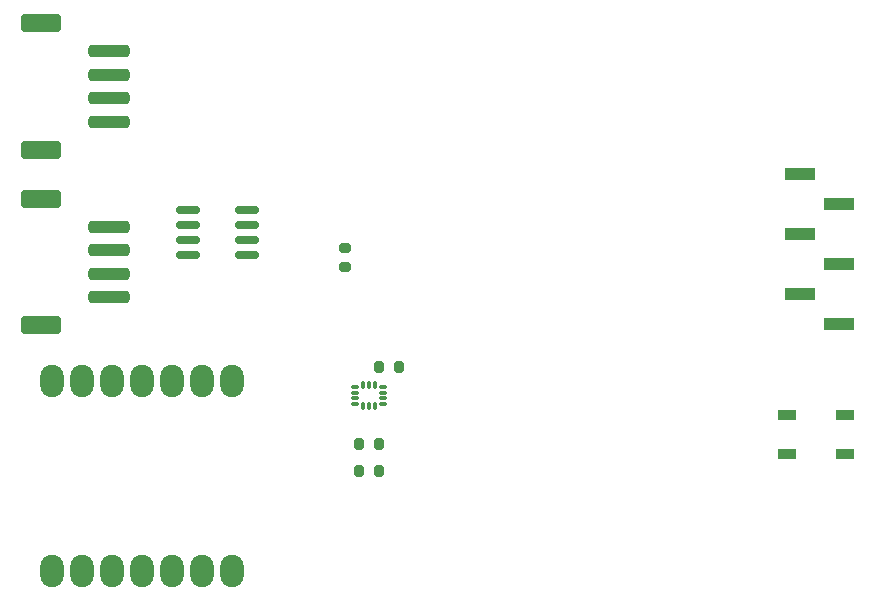
<source format=gbr>
%TF.GenerationSoftware,KiCad,Pcbnew,7.0.1-0*%
%TF.CreationDate,2023-04-18T17:15:31-07:00*%
%TF.ProjectId,rv,72762e6b-6963-4616-945f-706362585858,rev?*%
%TF.SameCoordinates,Original*%
%TF.FileFunction,Paste,Top*%
%TF.FilePolarity,Positive*%
%FSLAX46Y46*%
G04 Gerber Fmt 4.6, Leading zero omitted, Abs format (unit mm)*
G04 Created by KiCad (PCBNEW 7.0.1-0) date 2023-04-18 17:15:31*
%MOMM*%
%LPD*%
G01*
G04 APERTURE LIST*
G04 Aperture macros list*
%AMRoundRect*
0 Rectangle with rounded corners*
0 $1 Rounding radius*
0 $2 $3 $4 $5 $6 $7 $8 $9 X,Y pos of 4 corners*
0 Add a 4 corners polygon primitive as box body*
4,1,4,$2,$3,$4,$5,$6,$7,$8,$9,$2,$3,0*
0 Add four circle primitives for the rounded corners*
1,1,$1+$1,$2,$3*
1,1,$1+$1,$4,$5*
1,1,$1+$1,$6,$7*
1,1,$1+$1,$8,$9*
0 Add four rect primitives between the rounded corners*
20,1,$1+$1,$2,$3,$4,$5,0*
20,1,$1+$1,$4,$5,$6,$7,0*
20,1,$1+$1,$6,$7,$8,$9,0*
20,1,$1+$1,$8,$9,$2,$3,0*%
G04 Aperture macros list end*
%ADD10RoundRect,0.200000X-0.200000X-0.275000X0.200000X-0.275000X0.200000X0.275000X-0.200000X0.275000X0*%
%ADD11RoundRect,0.250001X-1.449999X0.499999X-1.449999X-0.499999X1.449999X-0.499999X1.449999X0.499999X0*%
%ADD12RoundRect,0.250000X-1.500000X0.250000X-1.500000X-0.250000X1.500000X-0.250000X1.500000X0.250000X0*%
%ADD13O,1.998980X2.748280*%
%ADD14RoundRect,0.200000X0.200000X0.275000X-0.200000X0.275000X-0.200000X-0.275000X0.200000X-0.275000X0*%
%ADD15R,1.500000X0.900000*%
%ADD16RoundRect,0.150000X0.825000X0.150000X-0.825000X0.150000X-0.825000X-0.150000X0.825000X-0.150000X0*%
%ADD17RoundRect,0.087500X0.225000X0.087500X-0.225000X0.087500X-0.225000X-0.087500X0.225000X-0.087500X0*%
%ADD18RoundRect,0.087500X0.087500X0.225000X-0.087500X0.225000X-0.087500X-0.225000X0.087500X-0.225000X0*%
%ADD19R,2.510000X1.000000*%
%ADD20RoundRect,0.200000X0.275000X-0.200000X0.275000X0.200000X-0.275000X0.200000X-0.275000X-0.200000X0*%
G04 APERTURE END LIST*
D10*
%TO.C,C2*%
X180683400Y-62839600D03*
X182333400Y-62839600D03*
%TD*%
D11*
%TO.C,J1*%
X152040000Y-59325000D03*
X152040000Y-48625000D03*
D12*
X157790000Y-56975000D03*
X157790000Y-54975000D03*
X157790000Y-52975000D03*
X157790000Y-50975000D03*
%TD*%
D13*
%TO.C,U1*%
X153020490Y-80171290D03*
X155560490Y-80171290D03*
X158100490Y-80171290D03*
X160640490Y-80171290D03*
X163180490Y-80171290D03*
X165720490Y-80171290D03*
X168260490Y-80171290D03*
X168260490Y-64006730D03*
X165720490Y-64006730D03*
X163180490Y-64006730D03*
X160640490Y-64006730D03*
X158100490Y-64006730D03*
X155560490Y-64006730D03*
X153020490Y-64006730D03*
%TD*%
D12*
%TO.C,J2*%
X157790000Y-36100000D03*
X157790000Y-38100000D03*
X157790000Y-40100000D03*
X157790000Y-42100000D03*
D11*
X152040000Y-33750000D03*
X152040000Y-44450000D03*
%TD*%
D14*
%TO.C,R1*%
X180657000Y-71628000D03*
X179007000Y-71628000D03*
%TD*%
D15*
%TO.C,D1*%
X220128000Y-70230000D03*
X220128000Y-66930000D03*
X215228000Y-66930000D03*
X215228000Y-70230000D03*
%TD*%
D16*
%TO.C,U2*%
X169480000Y-53340000D03*
X169480000Y-52070000D03*
X169480000Y-50800000D03*
X169480000Y-49530000D03*
X164530000Y-49530000D03*
X164530000Y-50800000D03*
X164530000Y-52070000D03*
X164530000Y-53340000D03*
%TD*%
D17*
%TO.C,U4*%
X180994500Y-66028000D03*
X180994500Y-65528000D03*
X180994500Y-65028000D03*
X180994500Y-64528000D03*
D18*
X180332000Y-64365500D03*
X179832000Y-64365500D03*
X179332000Y-64365500D03*
D17*
X178669500Y-64528000D03*
X178669500Y-65028000D03*
X178669500Y-65528000D03*
X178669500Y-66028000D03*
D18*
X179332000Y-66190500D03*
X179832000Y-66190500D03*
X180332000Y-66190500D03*
%TD*%
D19*
%TO.C,J3*%
X219587000Y-59182000D03*
X216277000Y-56642000D03*
X219587000Y-54102000D03*
X216277000Y-51562000D03*
X219587000Y-49022000D03*
X216277000Y-46482000D03*
%TD*%
D20*
%TO.C,C1*%
X177800000Y-54419000D03*
X177800000Y-52769000D03*
%TD*%
D14*
%TO.C,R2*%
X179007000Y-69342000D03*
X180657000Y-69342000D03*
%TD*%
M02*

</source>
